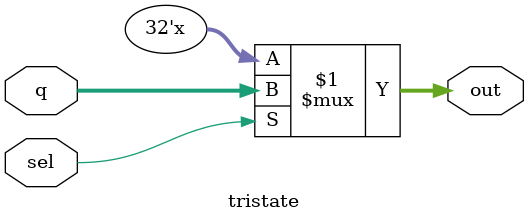
<source format=v>
module tristate(
	input [31:0] q,
	input sel,
	output [31:0] out
	);
		
	
	assign out = sel ? q : 32'bz;
	
endmodule
</source>
